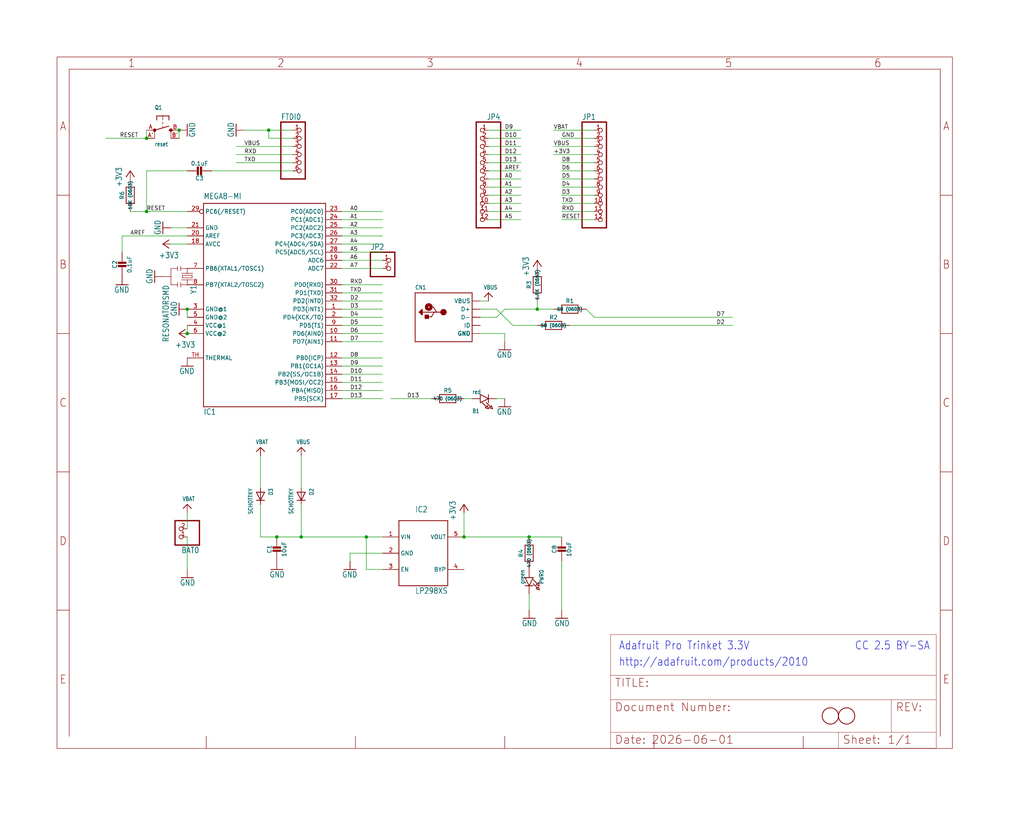
<source format=kicad_sch>
(kicad_sch (version 20230121) (generator eeschema)
  (paper "User" 319.507 254.127)
  (lib_symbols
    (symbol "working-eagle-import:+3V3" (power)
      (property "Value" "+3V3" (at -2.54 -5.08 90))
      (symbol "+3V3_1_0"
        (polyline (pts (xy 0 0) (xy -1.27 -1.905)) (stroke (width 0.254)))
        (polyline (pts (xy 1.27 -1.905) (xy 0 0)) (stroke (width 0.254)))
        (pin power_in line (at 0 -2.54 90) (length 2.54) (name "+3V3") (number "1"))
      )
    )
    (symbol "working-eagle-import:CAP_CERAMIC0805-NOOUTLINE"
      (property "Reference" "C" (at -2.29 1.25 90))
      (symbol "CAP_CERAMIC0805-NOOUTLINE_1_0"
        (rectangle (start -1.27 0.508) (end 1.27 1.016) (fill (type outline)))
        (rectangle (start -1.27 1.524) (end 1.27 2.032) (fill (type outline)))
        (polyline (pts (xy 0 0.762) (xy 0 0)) (stroke (width 0.1524)))
        (polyline (pts (xy 0 2.54) (xy 0 1.778)) (stroke (width 0.1524)))
        (pin passive line (at 0 5.08 270) (length 2.54) (name "1") (number "1"))
        (pin passive line (at 0 -2.54 90) (length 2.54) (name "2") (number "2"))
      )
    )
    (symbol "working-eagle-import:CAP_CERAMIC_0805MP"
      (property "Reference" "C" (at -2.29 1.25 90))
      (symbol "CAP_CERAMIC_0805MP_1_0"
        (rectangle (start -1.27 0.508) (end 1.27 1.016) (fill (type outline)))
        (rectangle (start -1.27 1.524) (end 1.27 2.032) (fill (type outline)))
        (polyline (pts (xy 0 0.762) (xy 0 0)) (stroke (width 0.1524)))
        (polyline (pts (xy 0 2.54) (xy 0 1.778)) (stroke (width 0.1524)))
        (pin passive line (at 0 5.08 270) (length 2.54) (name "1") (number "1"))
        (pin passive line (at 0 -2.54 90) (length 2.54) (name "2") (number "2"))
      )
    )
    (symbol "working-eagle-import:CON_JST_PH_2PIN"
      (property "Reference" "X" (at -6.35 5.715 0))
      (symbol "CON_JST_PH_2PIN_1_0"
        (polyline (pts (xy -6.35 -2.54) (xy 1.27 -2.54)) (stroke (width 0.4064)))
        (polyline (pts (xy -6.35 5.08) (xy -6.35 -2.54)) (stroke (width 0.4064)))
        (polyline (pts (xy 1.27 -2.54) (xy 1.27 5.08)) (stroke (width 0.4064)))
        (polyline (pts (xy 1.27 5.08) (xy -6.35 5.08)) (stroke (width 0.4064)))
        (pin passive inverted (at -2.54 2.54 0) (length 2.54) (name "1") (number "1"))
        (pin passive inverted (at -2.54 0 0) (length 2.54) (name "2") (number "2"))
      )
    )
    (symbol "working-eagle-import:DIODE_SOD-123FL"
      (property "Reference" "D" (at -2.54 2.54 0))
      (symbol "DIODE_SOD-123FL_1_0"
        (polyline (pts (xy -1.27 -1.27) (xy 1.27 0)) (stroke (width 0.254)))
        (polyline (pts (xy -1.27 1.27) (xy -1.27 -1.27)) (stroke (width 0.254)))
        (polyline (pts (xy 1.27 0) (xy -1.27 1.27)) (stroke (width 0.254)))
        (polyline (pts (xy 1.27 0) (xy 1.27 -1.27)) (stroke (width 0.254)))
        (polyline (pts (xy 1.27 1.27) (xy 1.27 0)) (stroke (width 0.254)))
        (pin passive line (at -2.54 0 0) (length 2.54) (name "A") (number "A"))
        (pin passive line (at 2.54 0 180) (length 2.54) (name "C") (number "C"))
      )
    )
    (symbol "working-eagle-import:FIDUCIAL"
      (symbol "FIDUCIAL_1_0"
        (circle (center 0 0) (radius 2.54) (stroke (width 0.254)))
      )
    )
    (symbol "working-eagle-import:FRAME_A_L"
      (symbol "FRAME_A_L_1_0"
        (polyline (pts (xy 0 43.18) (xy 3.81 43.18)))
        (polyline (pts (xy 0 86.36) (xy 3.81 86.36)))
        (polyline (pts (xy 0 129.54) (xy 3.81 129.54)))
        (polyline (pts (xy 0 172.72) (xy 3.81 172.72)))
        (polyline (pts (xy 3.81 3.81) (xy 3.81 212.09)))
        (polyline (pts (xy 46.5667 0) (xy 46.5667 3.81)))
        (polyline (pts (xy 93.1333 0) (xy 93.1333 3.81)))
        (polyline (pts (xy 139.7 0) (xy 139.7 3.81)))
        (polyline (pts (xy 186.2667 0) (xy 186.2667 3.81)))
        (polyline (pts (xy 232.8333 0) (xy 232.8333 3.81)))
        (polyline (pts (xy 275.59 3.81) (xy 275.59 212.09)))
        (polyline (pts (xy 275.59 43.18) (xy 279.4 43.18)))
        (polyline (pts (xy 275.59 86.36) (xy 279.4 86.36)))
        (polyline (pts (xy 275.59 129.54) (xy 279.4 129.54)))
        (polyline (pts (xy 275.59 172.72) (xy 279.4 172.72)))
        (polyline (pts (xy 275.59 212.09) (xy 3.81 212.09)))
        (polyline (pts (xy 0 0) (xy 279.4 0) (xy 279.4 215.9) (xy 0 215.9) (xy 0 0)))
        (text "1" (at 23.2833 213.995 0) (effects (font (size 2.54 2.286))))
        (text "2" (at 69.85 213.995 0) (effects (font (size 2.54 2.286))))
        (text "3" (at 116.4167 213.995 0) (effects (font (size 2.54 2.286))))
        (text "4" (at 162.9833 213.995 0) (effects (font (size 2.54 2.286))))
        (text "5" (at 209.55 213.995 0) (effects (font (size 2.54 2.286))))
        (text "6" (at 256.1167 213.995 0) (effects (font (size 2.54 2.286))))
        (text "A" (at 1.905 194.31 0) (effects (font (size 2.54 2.286))))
        (text "A" (at 277.495 194.31 0) (effects (font (size 2.54 2.286))))
        (text "B" (at 1.905 151.13 0) (effects (font (size 2.54 2.286))))
        (text "B" (at 277.495 151.13 0) (effects (font (size 2.54 2.286))))
        (text "C" (at 1.905 107.95 0) (effects (font (size 2.54 2.286))))
        (text "C" (at 277.495 107.95 0) (effects (font (size 2.54 2.286))))
        (text "D" (at 1.905 64.77 0) (effects (font (size 2.54 2.286))))
        (text "D" (at 277.495 64.77 0) (effects (font (size 2.54 2.286))))
        (text "E" (at 1.905 21.59 0) (effects (font (size 2.54 2.286))))
        (text "E" (at 277.495 21.59 0) (effects (font (size 2.54 2.286))))
      )
      (symbol "FRAME_A_L_2_0"
        (polyline (pts (xy 0 0) (xy 0 5.08)) (stroke (width 0.1016)))
        (polyline (pts (xy 0 0) (xy 71.12 0)) (stroke (width 0.1016)))
        (polyline (pts (xy 0 5.08) (xy 0 15.24)) (stroke (width 0.1016)))
        (polyline (pts (xy 0 5.08) (xy 71.12 5.08)) (stroke (width 0.1016)))
        (polyline (pts (xy 0 15.24) (xy 0 22.86)) (stroke (width 0.1016)))
        (polyline (pts (xy 0 22.86) (xy 0 35.56)) (stroke (width 0.1016)))
        (polyline (pts (xy 0 22.86) (xy 101.6 22.86)) (stroke (width 0.1016)))
        (polyline (pts (xy 71.12 0) (xy 101.6 0)) (stroke (width 0.1016)))
        (polyline (pts (xy 71.12 5.08) (xy 71.12 0)) (stroke (width 0.1016)))
        (polyline (pts (xy 71.12 5.08) (xy 87.63 5.08)) (stroke (width 0.1016)))
        (polyline (pts (xy 87.63 5.08) (xy 101.6 5.08)) (stroke (width 0.1016)))
        (polyline (pts (xy 87.63 15.24) (xy 0 15.24)) (stroke (width 0.1016)))
        (polyline (pts (xy 87.63 15.24) (xy 87.63 5.08)) (stroke (width 0.1016)))
        (polyline (pts (xy 101.6 5.08) (xy 101.6 0)) (stroke (width 0.1016)))
        (polyline (pts (xy 101.6 15.24) (xy 87.63 15.24)) (stroke (width 0.1016)))
        (polyline (pts (xy 101.6 15.24) (xy 101.6 5.08)) (stroke (width 0.1016)))
        (polyline (pts (xy 101.6 22.86) (xy 101.6 15.24)) (stroke (width 0.1016)))
        (polyline (pts (xy 101.6 35.56) (xy 0 35.56)) (stroke (width 0.1016)))
        (polyline (pts (xy 101.6 35.56) (xy 101.6 22.86)) (stroke (width 0.1016)))
        (text "${#}/${##}" (at 86.36 1.27 0) (effects (font (size 2.54 2.54)) (justify left bottom)))
        (text "${CURRENT_DATE}" (at 12.7 1.27 0) (effects (font (size 2.54 2.54)) (justify left bottom)))
        (text "${PROJECTNAME}" (at 17.78 19.05 0) (effects (font (size 2.54 2.54)) (justify left bottom)))
        (text "Date:" (at 1.27 1.27 0) (effects (font (size 2.54 2.54)) (justify left bottom)))
        (text "Document Number:" (at 1.27 11.43 0) (effects (font (size 2.54 2.54)) (justify left bottom)))
        (text "REV:" (at 88.9 11.43 0) (effects (font (size 2.54 2.54)) (justify left bottom)))
        (text "Sheet:" (at 72.39 1.27 0) (effects (font (size 2.54 2.54)) (justify left bottom)))
        (text "TITLE:" (at 1.27 19.05 0) (effects (font (size 2.54 2.54)) (justify left bottom)))
      )
    )
    (symbol "working-eagle-import:GND" (power)
      (property "Value" "GND" (at -2.54 -2.54 0))
      (symbol "GND_1_0"
        (polyline (pts (xy -1.905 0) (xy 1.905 0)) (stroke (width 0.254)))
        (pin power_in line (at 0 2.54 270) (length 2.54) (name "GND") (number "1"))
      )
    )
    (symbol "working-eagle-import:HEADER-1X2ROUND"
      (property "Reference" "JP" (at -6.35 5.715 0))
      (symbol "HEADER-1X2ROUND_1_0"
        (polyline (pts (xy -6.35 -2.54) (xy 1.27 -2.54)) (stroke (width 0.4064)))
        (polyline (pts (xy -6.35 5.08) (xy -6.35 -2.54)) (stroke (width 0.4064)))
        (polyline (pts (xy 1.27 -2.54) (xy 1.27 5.08)) (stroke (width 0.4064)))
        (polyline (pts (xy 1.27 5.08) (xy -6.35 5.08)) (stroke (width 0.4064)))
        (pin passive inverted (at -2.54 2.54 0) (length 2.54) (name "1") (number "1"))
        (pin passive inverted (at -2.54 0 0) (length 2.54) (name "2") (number "2"))
      )
    )
    (symbol "working-eagle-import:LED0805_NOOUTLINE"
      (property "Reference" "LED" (at -5.08 3.175 0))
      (symbol "LED0805_NOOUTLINE_1_0"
        (polyline (pts (xy -2.54 -1.27) (xy 0 0)) (stroke (width 0.254)))
        (polyline (pts (xy -2.54 1.27) (xy -2.54 -1.27)) (stroke (width 0.254)))
        (polyline (pts (xy -1.905 1.27) (xy -0.635 2.54)) (stroke (width 0.254)))
        (polyline (pts (xy -0.9525 2.8575) (xy -0.3175 2.2225)) (stroke (width 0.254)))
        (polyline (pts (xy -0.635 1.27) (xy 0.635 2.54)) (stroke (width 0.254)))
        (polyline (pts (xy -0.3175 2.2225) (xy 0 3.175)) (stroke (width 0.254)))
        (polyline (pts (xy 0 0) (xy -2.54 1.27)) (stroke (width 0.254)))
        (polyline (pts (xy 0 0) (xy 0 -1.27)) (stroke (width 0.254)))
        (polyline (pts (xy 0 1.27) (xy 0 0)) (stroke (width 0.254)))
        (polyline (pts (xy 0 3.175) (xy -0.9525 2.8575)) (stroke (width 0.254)))
        (polyline (pts (xy 0.3175 2.8575) (xy 0.9525 2.2225)) (stroke (width 0.254)))
        (polyline (pts (xy 0.9525 2.2225) (xy 1.27 3.175)) (stroke (width 0.254)))
        (polyline (pts (xy 1.27 3.175) (xy 0.3175 2.8575)) (stroke (width 0.254)))
        (pin passive line (at -5.08 0 0) (length 2.54) (name "A") (number "A"))
        (pin passive line (at 2.54 0 180) (length 2.54) (name "C") (number "C"))
      )
    )
    (symbol "working-eagle-import:LP298XS"
      (property "Reference" "IC" (at -12.7 -5.08 90))
      (symbol "LP298XS_1_0"
        (polyline (pts (xy -10.16 -10.16) (xy 10.16 -10.16)) (stroke (width 0.254)))
        (polyline (pts (xy -10.16 5.08) (xy -10.16 -10.16)) (stroke (width 0.254)))
        (polyline (pts (xy 10.16 -10.16) (xy 10.16 5.08)) (stroke (width 0.254)))
        (polyline (pts (xy 10.16 5.08) (xy -10.16 5.08)) (stroke (width 0.254)))
        (pin bidirectional line (at -5.08 -15.24 90) (length 5.08) (name "VIN") (number "1"))
        (pin bidirectional line (at 0 -15.24 90) (length 5.08) (name "GND") (number "2"))
        (pin bidirectional line (at 5.08 -15.24 90) (length 5.08) (name "EN") (number "3"))
        (pin bidirectional line (at 5.08 10.16 270) (length 5.08) (name "BYP") (number "4"))
        (pin bidirectional line (at -5.08 10.16 270) (length 5.08) (name "VOUT") (number "5"))
      )
    )
    (symbol "working-eagle-import:MEGA8-MI"
      (property "Reference" "IC" (at -17.78 -38.1 0))
      (symbol "MEGA8-MI_1_0"
        (polyline (pts (xy -17.78 -35.56) (xy -17.78 27.94)) (stroke (width 0.254)))
        (polyline (pts (xy -17.78 27.94) (xy 20.32 27.94)) (stroke (width 0.254)))
        (polyline (pts (xy 20.32 -35.56) (xy -17.78 -35.56)) (stroke (width 0.254)))
        (polyline (pts (xy 20.32 27.94) (xy 20.32 -35.56)) (stroke (width 0.254)))
        (pin bidirectional line (at 25.4 -5.08 180) (length 5.08) (name "PD3(INT1)") (number "1"))
        (pin bidirectional line (at 25.4 -12.7 180) (length 5.08) (name "PD6(AIN0)") (number "10"))
        (pin bidirectional line (at 25.4 -15.24 180) (length 5.08) (name "PD7(AIN1)") (number "11"))
        (pin bidirectional line (at 25.4 -20.32 180) (length 5.08) (name "PB0(ICP)") (number "12"))
        (pin bidirectional line (at 25.4 -22.86 180) (length 5.08) (name "PB1(OC1A)") (number "13"))
        (pin bidirectional line (at 25.4 -25.4 180) (length 5.08) (name "PB2(SS/OC1B)") (number "14"))
        (pin bidirectional line (at 25.4 -27.94 180) (length 5.08) (name "PB3(MOSI/OC2)") (number "15"))
        (pin bidirectional line (at 25.4 -30.48 180) (length 5.08) (name "PB4(MISO)") (number "16"))
        (pin bidirectional line (at 25.4 -33.02 180) (length 5.08) (name "PB5(SCK)") (number "17"))
        (pin power_in line (at -22.86 15.24 0) (length 5.08) (name "AVCC") (number "18"))
        (pin bidirectional line (at 25.4 10.16 180) (length 5.08) (name "ADC6") (number "19"))
        (pin bidirectional line (at 25.4 -7.62 180) (length 5.08) (name "PD4(XCK/T0)") (number "2"))
        (pin passive line (at -22.86 17.78 0) (length 5.08) (name "AREF") (number "20"))
        (pin power_in line (at -22.86 20.32 0) (length 5.08) (name "GND") (number "21"))
        (pin bidirectional line (at 25.4 7.62 180) (length 5.08) (name "ADC7") (number "22"))
        (pin bidirectional line (at 25.4 25.4 180) (length 5.08) (name "PC0(ADC0)") (number "23"))
        (pin bidirectional line (at 25.4 22.86 180) (length 5.08) (name "PC1(ADC1)") (number "24"))
        (pin bidirectional line (at 25.4 20.32 180) (length 5.08) (name "PC2(ADC2)") (number "25"))
        (pin bidirectional line (at 25.4 17.78 180) (length 5.08) (name "PC3(ADC3)") (number "26"))
        (pin bidirectional line (at 25.4 15.24 180) (length 5.08) (name "PC4(ADC4/SDA)") (number "27"))
        (pin bidirectional line (at 25.4 12.7 180) (length 5.08) (name "PC5(ADC5/SCL)") (number "28"))
        (pin bidirectional inverted (at -22.86 25.4 0) (length 5.08) (name "PC6(/RESET)") (number "29"))
        (pin power_in line (at -22.86 -5.08 0) (length 5.08) (name "GND@1") (number "3"))
        (pin bidirectional line (at 25.4 2.54 180) (length 5.08) (name "PD0(RXD)") (number "30"))
        (pin bidirectional line (at 25.4 0 180) (length 5.08) (name "PD1(TXD)") (number "31"))
        (pin bidirectional line (at 25.4 -2.54 180) (length 5.08) (name "PD2(INT0)") (number "32"))
        (pin power_in line (at -22.86 -10.16 0) (length 5.08) (name "VCC@1") (number "4"))
        (pin power_in line (at -22.86 -7.62 0) (length 5.08) (name "GND@2") (number "5"))
        (pin power_in line (at -22.86 -12.7 0) (length 5.08) (name "VCC@2") (number "6"))
        (pin bidirectional line (at -22.86 7.62 0) (length 5.08) (name "PB6(XTAL1/TOSC1)") (number "7"))
        (pin bidirectional line (at -22.86 2.54 0) (length 5.08) (name "PB7(XTAL2/TOSC2)") (number "8"))
        (pin bidirectional line (at 25.4 -10.16 180) (length 5.08) (name "PD5(T1)") (number "9"))
        (pin passive line (at -22.86 -20.32 0) (length 5.08) (name "THERMAL") (number "TH"))
      )
    )
    (symbol "working-eagle-import:PINHD-1X12-CB"
      (property "Reference" "JP" (at -6.35 15.875 0))
      (symbol "PINHD-1X12-CB_1_0"
        (polyline (pts (xy -6.35 -17.78) (xy 1.27 -17.78)) (stroke (width 0.4064)))
        (polyline (pts (xy -6.35 15.24) (xy -6.35 -17.78)) (stroke (width 0.4064)))
        (polyline (pts (xy 1.27 -17.78) (xy 1.27 15.24)) (stroke (width 0.4064)))
        (polyline (pts (xy 1.27 15.24) (xy -6.35 15.24)) (stroke (width 0.4064)))
        (pin passive inverted (at -2.54 12.7 0) (length 2.54) (name "1") (number "1"))
        (pin passive inverted (at -2.54 -10.16 0) (length 2.54) (name "10") (number "10"))
        (pin passive inverted (at -2.54 -12.7 0) (length 2.54) (name "11") (number "11"))
        (pin passive inverted (at -2.54 -15.24 0) (length 2.54) (name "12") (number "12"))
        (pin passive inverted (at -2.54 10.16 0) (length 2.54) (name "2") (number "2"))
        (pin passive inverted (at -2.54 7.62 0) (length 2.54) (name "3") (number "3"))
        (pin passive inverted (at -2.54 5.08 0) (length 2.54) (name "4") (number "4"))
        (pin passive inverted (at -2.54 2.54 0) (length 2.54) (name "5") (number "5"))
        (pin passive inverted (at -2.54 0 0) (length 2.54) (name "6") (number "6"))
        (pin passive inverted (at -2.54 -2.54 0) (length 2.54) (name "7") (number "7"))
        (pin passive inverted (at -2.54 -5.08 0) (length 2.54) (name "8") (number "8"))
        (pin passive inverted (at -2.54 -7.62 0) (length 2.54) (name "9") (number "9"))
      )
    )
    (symbol "working-eagle-import:PINHD-1X6CB"
      (property "Reference" "JP" (at -6.35 10.795 0))
      (symbol "PINHD-1X6CB_1_0"
        (polyline (pts (xy -6.35 -7.62) (xy 1.27 -7.62)) (stroke (width 0.4064)))
        (polyline (pts (xy -6.35 10.16) (xy -6.35 -7.62)) (stroke (width 0.4064)))
        (polyline (pts (xy 1.27 -7.62) (xy 1.27 10.16)) (stroke (width 0.4064)))
        (polyline (pts (xy 1.27 10.16) (xy -6.35 10.16)) (stroke (width 0.4064)))
        (pin passive inverted (at -2.54 7.62 0) (length 2.54) (name "1") (number "1"))
        (pin passive inverted (at -2.54 5.08 0) (length 2.54) (name "2") (number "2"))
        (pin passive inverted (at -2.54 2.54 0) (length 2.54) (name "3") (number "3"))
        (pin passive inverted (at -2.54 0 0) (length 2.54) (name "4") (number "4"))
        (pin passive inverted (at -2.54 -2.54 0) (length 2.54) (name "5") (number "5"))
        (pin passive inverted (at -2.54 -5.08 0) (length 2.54) (name "6") (number "6"))
      )
    )
    (symbol "working-eagle-import:RESISTOR0805_NOOUTLINE"
      (property "Reference" "R" (at 0 2.54 0))
      (symbol "RESISTOR0805_NOOUTLINE_1_0"
        (polyline (pts (xy -2.54 -1.27) (xy -2.54 1.27)) (stroke (width 0.254)))
        (polyline (pts (xy -2.54 1.27) (xy 2.54 1.27)) (stroke (width 0.254)))
        (polyline (pts (xy 2.54 -1.27) (xy -2.54 -1.27)) (stroke (width 0.254)))
        (polyline (pts (xy 2.54 1.27) (xy 2.54 -1.27)) (stroke (width 0.254)))
        (pin passive line (at -5.08 0 0) (length 2.54) (name "1") (number "1"))
        (pin passive line (at 5.08 0 180) (length 2.54) (name "2") (number "2"))
      )
    )
    (symbol "working-eagle-import:RESISTOR_0603_NOOUT"
      (property "Reference" "R" (at 0 2.54 0))
      (symbol "RESISTOR_0603_NOOUT_1_0"
        (polyline (pts (xy -2.54 -1.27) (xy -2.54 1.27)) (stroke (width 0.254)))
        (polyline (pts (xy -2.54 1.27) (xy 2.54 1.27)) (stroke (width 0.254)))
        (polyline (pts (xy 2.54 -1.27) (xy -2.54 -1.27)) (stroke (width 0.254)))
        (polyline (pts (xy 2.54 1.27) (xy 2.54 -1.27)) (stroke (width 0.254)))
        (pin passive line (at -5.08 0 0) (length 2.54) (name "1") (number "1"))
        (pin passive line (at 5.08 0 180) (length 2.54) (name "2") (number "2"))
      )
    )
    (symbol "working-eagle-import:RESONATORSMD"
      (property "Reference" "Y" (at 2.54 1.016 0))
      (symbol "RESONATORSMD_1_0"
        (polyline (pts (xy -2.54 -3.048) (xy -3.302 -3.048)) (stroke (width 0.1524)))
        (polyline (pts (xy -2.54 -3.048) (xy -2.54 -5.08)) (stroke (width 0.1524)))
        (polyline (pts (xy -2.54 -2.032) (xy -3.302 -2.032)) (stroke (width 0.1524)))
        (polyline (pts (xy -2.54 -2.032) (xy -2.54 0)) (stroke (width 0.1524)))
        (polyline (pts (xy -2.54 0) (xy -1.016 0)) (stroke (width 0.1524)))
        (polyline (pts (xy -1.778 -3.048) (xy -2.54 -3.048)) (stroke (width 0.1524)))
        (polyline (pts (xy -1.778 -2.032) (xy -2.54 -2.032)) (stroke (width 0.1524)))
        (polyline (pts (xy -1.016 0) (xy -1.016 -1.778)) (stroke (width 0.1524)))
        (polyline (pts (xy -1.016 1.778) (xy -1.016 0)) (stroke (width 0.1524)))
        (polyline (pts (xy -0.381 -1.524) (xy 0.381 -1.524)) (stroke (width 0.1524)))
        (polyline (pts (xy -0.381 1.524) (xy -0.381 -1.524)) (stroke (width 0.1524)))
        (polyline (pts (xy 0 -5.08) (xy -2.54 -5.08)) (stroke (width 0.1524)))
        (polyline (pts (xy 0 -5.08) (xy 0 -7.62)) (stroke (width 0.1524)))
        (polyline (pts (xy 0.381 -1.524) (xy 0.381 1.524)) (stroke (width 0.1524)))
        (polyline (pts (xy 0.381 1.524) (xy -0.381 1.524)) (stroke (width 0.1524)))
        (polyline (pts (xy 1.016 0) (xy 1.016 -1.778)) (stroke (width 0.1524)))
        (polyline (pts (xy 1.016 0) (xy 2.54 0)) (stroke (width 0.1524)))
        (polyline (pts (xy 1.016 1.778) (xy 1.016 0)) (stroke (width 0.1524)))
        (polyline (pts (xy 2.54 -5.08) (xy 0 -5.08)) (stroke (width 0.1524)))
        (polyline (pts (xy 2.54 -3.048) (xy 1.778 -3.048)) (stroke (width 0.1524)))
        (polyline (pts (xy 2.54 -3.048) (xy 2.54 -5.08)) (stroke (width 0.1524)))
        (polyline (pts (xy 2.54 -2.032) (xy 1.778 -2.032)) (stroke (width 0.1524)))
        (polyline (pts (xy 2.54 0) (xy 2.54 -2.032)) (stroke (width 0.1524)))
        (polyline (pts (xy 3.302 -3.048) (xy 2.54 -3.048)) (stroke (width 0.1524)))
        (polyline (pts (xy 3.302 -2.032) (xy 2.54 -2.032)) (stroke (width 0.1524)))
        (pin passive line (at -2.54 0 0) (length 0) (name "1") (number "1"))
        (pin passive line (at 0 -7.62 90) (length 0) (name "2") (number "2"))
        (pin passive line (at 2.54 0 180) (length 0) (name "3") (number "3"))
      )
    )
    (symbol "working-eagle-import:SWITCH_TACT_SMT4.6X2.8"
      (property "Reference" "SW" (at -2.54 6.35 0))
      (symbol "SWITCH_TACT_SMT4.6X2.8_1_0"
        (circle (center -2.54 0) (radius 0.127) (stroke (width 0.4064)))
        (polyline (pts (xy -2.54 -2.54) (xy -2.54 0)) (stroke (width 0.1524)))
        (polyline (pts (xy -2.54 0) (xy 1.905 1.27)) (stroke (width 0.254)))
        (polyline (pts (xy -1.905 4.445) (xy -1.905 3.175)) (stroke (width 0.254)))
        (polyline (pts (xy 0 1.27) (xy 0 0.635)) (stroke (width 0.1524)))
        (polyline (pts (xy 0 2.54) (xy 0 1.905)) (stroke (width 0.1524)))
        (polyline (pts (xy 0 4.445) (xy -1.905 4.445)) (stroke (width 0.254)))
        (polyline (pts (xy 0 4.445) (xy 0 3.175)) (stroke (width 0.1524)))
        (polyline (pts (xy 1.905 0) (xy 2.54 0)) (stroke (width 0.254)))
        (polyline (pts (xy 1.905 4.445) (xy 0 4.445)) (stroke (width 0.254)))
        (polyline (pts (xy 1.905 4.445) (xy 1.905 3.175)) (stroke (width 0.254)))
        (polyline (pts (xy 2.54 -2.54) (xy 2.54 0)) (stroke (width 0.1524)))
        (circle (center 2.54 0) (radius 0.127) (stroke (width 0.4064)))
        (pin passive line (at -5.08 0 0) (length 2.54) (name "P") (number "A"))
        (pin passive line (at -5.08 -2.54 0) (length 2.54) (name "P1") (number "A'"))
        (pin passive line (at 5.08 0 180) (length 2.54) (name "S") (number "B"))
        (pin passive line (at 5.08 -2.54 180) (length 2.54) (name "S1") (number "B'"))
      )
    )
    (symbol "working-eagle-import:USBMICRO_20329"
      (property "Reference" "X" (at -10.16 8.636 0))
      (symbol "USBMICRO_20329_1_0"
        (rectangle (start -7.12 -0.45) (end -5.92 0.75) (fill (type outline)))
        (circle (center -5.92 3.2) (radius 0.2) (stroke (width 1)))
        (circle (center -1.32 1.6) (radius 0.5) (stroke (width 1)))
        (polyline (pts (xy -10.2 7.62) (xy -10.16 7.62)) (stroke (width 0.254)))
        (polyline (pts (xy -10.16 -7.62) (xy 7.62 -7.62)) (stroke (width 0.254)))
        (polyline (pts (xy -10.16 7.62) (xy -10.16 -7.62)) (stroke (width 0.254)))
        (polyline (pts (xy -10.16 7.62) (xy 7.62 7.62)) (stroke (width 0.254)))
        (polyline (pts (xy -8.92 1.6) (xy -8.12 2.4)) (stroke (width 0.254)))
        (polyline (pts (xy -8.52 1.4) (xy -8.32 1.2)) (stroke (width 0.254)))
        (polyline (pts (xy -8.52 1.6) (xy -8.52 1.4)) (stroke (width 0.254)))
        (polyline (pts (xy -8.32 1.2) (xy -8.32 2)) (stroke (width 0.254)))
        (polyline (pts (xy -8.32 2) (xy -8.72 1.6)) (stroke (width 0.254)))
        (polyline (pts (xy -8.12 0.8) (xy -8.92 1.6)) (stroke (width 0.254)))
        (polyline (pts (xy -8.12 1) (xy -8.12 2.4)) (stroke (width 0.254)))
        (polyline (pts (xy -8.12 2.4) (xy -7.92 2.4)) (stroke (width 0.254)))
        (polyline (pts (xy -7.92 0.8) (xy -8.12 0.8)) (stroke (width 0.254)))
        (polyline (pts (xy -7.92 1.6) (xy -7.92 0.8)) (stroke (width 0.254)))
        (polyline (pts (xy -7.92 2.4) (xy -7.92 1.6)) (stroke (width 0.254)))
        (polyline (pts (xy -6.27 0.15) (xy -5.07 0.15)) (stroke (width 0.254)))
        (polyline (pts (xy -5.52 3.2) (xy -4.52 3.2)) (stroke (width 0.254)))
        (polyline (pts (xy -5.07 0.15) (xy -4.22 1.6)) (stroke (width 0.254)))
        (polyline (pts (xy -4.52 3.2) (xy -3.47 1.6)) (stroke (width 0.254)))
        (polyline (pts (xy -4.22 1.6) (xy -7.92 1.6)) (stroke (width 0.254)))
        (polyline (pts (xy -3.47 1.6) (xy -4.22 1.6)) (stroke (width 0.254)))
        (polyline (pts (xy -1.32 1.6) (xy -3.47 1.6)) (stroke (width 0.254)))
        (polyline (pts (xy 7.62 7.62) (xy 7.62 -7.62)) (stroke (width 0.254)))
        (pin power_in line (at 10.16 -5.08 180) (length 2.54) (name "GND") (number "BASE@1"))
        (pin power_in line (at 10.16 -5.08 180) (length 2.54) (name "GND") (number "BASE@2"))
        (pin bidirectional line (at 10.16 2.54 180) (length 2.54) (name "D+") (number "D+"))
        (pin bidirectional line (at 10.16 0 180) (length 2.54) (name "D-") (number "D-"))
        (pin power_in line (at 10.16 -5.08 180) (length 2.54) (name "GND") (number "GND"))
        (pin bidirectional line (at 10.16 -2.54 180) (length 2.54) (name "ID") (number "ID"))
        (pin power_in line (at 10.16 -5.08 180) (length 2.54) (name "GND") (number "SPRT@1"))
        (pin power_in line (at 10.16 -5.08 180) (length 2.54) (name "GND") (number "SPRT@2"))
        (pin power_in line (at 10.16 -5.08 180) (length 2.54) (name "GND") (number "SPRT@3"))
        (pin power_in line (at 10.16 -5.08 180) (length 2.54) (name "GND") (number "SPRT@4"))
        (pin power_in line (at 10.16 5.08 180) (length 2.54) (name "VBUS") (number "VBUS"))
      )
    )
    (symbol "working-eagle-import:VBAT" (power)
      (property "Value" "VBAT" (at -1.524 1.016 0))
      (symbol "VBAT_1_0"
        (polyline (pts (xy -1.27 -1.27) (xy 0 0)) (stroke (width 0.254)))
        (polyline (pts (xy 0 0) (xy 1.27 -1.27)) (stroke (width 0.254)))
        (pin power_in line (at 0 -2.54 90) (length 2.54) (name "VBAT") (number "1"))
      )
    )
    (symbol "working-eagle-import:VBUS" (power)
      (property "Value" "VBUS" (at -1.524 1.016 0))
      (symbol "VBUS_1_0"
        (polyline (pts (xy -1.27 -1.27) (xy 0 0)) (stroke (width 0.254)))
        (polyline (pts (xy 0 0) (xy 1.27 -1.27)) (stroke (width 0.254)))
        (pin power_in line (at 0 -2.54 90) (length 2.54) (name "VBUS") (number "1"))
      )
    )
  )
  (junction (at 86.36 167.64))
  (junction (at 58.42 96.52))
  (junction (at 45.72 66.04))
  (junction (at 58.42 104.14))
  (junction (at 144.78 167.64))
  (junction (at 45.72 43.18))
  (junction (at 83.82 40.64))
  (junction (at 55.88 40.64))
  (junction (at 165.1 167.64))
  (junction (at 114.3 167.64))
  (junction (at 167.64 96.52))
  (junction (at 93.98 167.64))
  (wire (pts (xy 167.64 96.52) (xy 172.72 96.52)) (stroke (width 0.1524)))
  (wire (pts (xy 185.42 60.96) (xy 175.26 60.96)) (stroke (width 0.1524)))
  (wire (pts (xy 93.98 167.64) (xy 86.36 167.64)) (stroke (width 0.1524)))
  (wire (pts (xy 152.4 43.18) (xy 162.56 43.18)) (stroke (width 0.1524)))
  (wire (pts (xy 119.38 88.9) (xy 106.68 88.9)) (stroke (width 0.1524)))
  (wire (pts (xy 91.44 43.18) (xy 83.82 43.18)) (stroke (width 0.1524)))
  (wire (pts (xy 119.38 172.72) (xy 109.22 172.72)) (stroke (width 0.1524)))
  (wire (pts (xy 154.94 99.06) (xy 157.48 96.52)) (stroke (width 0.1524)))
  (wire (pts (xy 175.26 190.5) (xy 175.26 175.26)) (stroke (width 0.1524)))
  (wire (pts (xy 152.4 66.04) (xy 162.56 66.04)) (stroke (width 0.1524)))
  (wire (pts (xy 86.36 167.64) (xy 81.28 167.64)) (stroke (width 0.1524)))
  (wire (pts (xy 119.38 83.82) (xy 106.68 83.82)) (stroke (width 0.1524)))
  (wire (pts (xy 119.38 96.52) (xy 106.68 96.52)) (stroke (width 0.1524)))
  (wire (pts (xy 121.92 124.46) (xy 134.62 124.46)) (stroke (width 0.1524)))
  (wire (pts (xy 106.68 93.98) (xy 119.38 93.98)) (stroke (width 0.1524)))
  (wire (pts (xy 91.44 40.64) (xy 83.82 40.64)) (stroke (width 0.1524)))
  (wire (pts (xy 106.68 66.04) (xy 119.38 66.04)) (stroke (width 0.1524)))
  (wire (pts (xy 149.86 104.14) (xy 157.48 104.14)) (stroke (width 0.1524)))
  (wire (pts (xy 45.72 66.04) (xy 40.64 66.04)) (stroke (width 0.1524)))
  (wire (pts (xy 91.44 48.26) (xy 73.66 48.26)) (stroke (width 0.1524)))
  (wire (pts (xy 185.42 99.06) (xy 228.6 99.06)) (stroke (width 0.1524)))
  (wire (pts (xy 182.88 96.52) (xy 185.42 99.06)) (stroke (width 0.1524)))
  (wire (pts (xy 185.42 55.88) (xy 175.26 55.88)) (stroke (width 0.1524)))
  (wire (pts (xy 38.1 73.66) (xy 38.1 78.74)) (stroke (width 0.1524)))
  (wire (pts (xy 114.3 177.8) (xy 114.3 167.64)) (stroke (width 0.1524)))
  (wire (pts (xy 93.98 167.64) (xy 114.3 167.64)) (stroke (width 0.1524)))
  (wire (pts (xy 119.38 99.06) (xy 106.68 99.06)) (stroke (width 0.1524)))
  (wire (pts (xy 81.28 142.24) (xy 81.28 152.4)) (stroke (width 0.1524)))
  (wire (pts (xy 152.4 63.5) (xy 162.56 63.5)) (stroke (width 0.1524)))
  (wire (pts (xy 73.66 50.8) (xy 91.44 50.8)) (stroke (width 0.1524)))
  (wire (pts (xy 185.42 40.64) (xy 172.72 40.64)) (stroke (width 0.1524)))
  (wire (pts (xy 157.48 124.46) (xy 154.94 124.46)) (stroke (width 0.1524)))
  (wire (pts (xy 119.38 73.66) (xy 106.68 73.66)) (stroke (width 0.1524)))
  (wire (pts (xy 165.1 190.5) (xy 165.1 185.42)) (stroke (width 0.1524)))
  (wire (pts (xy 45.72 43.18) (xy 45.72 40.64)) (stroke (width 0.1524)))
  (wire (pts (xy 45.72 53.34) (xy 45.72 66.04)) (stroke (width 0.1524)))
  (wire (pts (xy 106.68 111.76) (xy 119.38 111.76)) (stroke (width 0.1524)))
  (wire (pts (xy 149.86 96.52) (xy 154.94 96.52)) (stroke (width 0.1524)))
  (wire (pts (xy 119.38 76.2) (xy 106.68 76.2)) (stroke (width 0.1524)))
  (wire (pts (xy 152.4 93.98) (xy 149.86 93.98)) (stroke (width 0.1524)))
  (wire (pts (xy 152.4 53.34) (xy 162.56 53.34)) (stroke (width 0.1524)))
  (wire (pts (xy 58.42 53.34) (xy 45.72 53.34)) (stroke (width 0.1524)))
  (wire (pts (xy 185.42 45.72) (xy 172.72 45.72)) (stroke (width 0.1524)))
  (wire (pts (xy 106.68 121.92) (xy 119.38 121.92)) (stroke (width 0.1524)))
  (wire (pts (xy 83.82 43.18) (xy 83.82 40.64)) (stroke (width 0.1524)))
  (wire (pts (xy 152.4 40.64) (xy 162.56 40.64)) (stroke (width 0.1524)))
  (wire (pts (xy 83.82 40.64) (xy 76.2 40.64)) (stroke (width 0.1524)))
  (wire (pts (xy 152.4 50.8) (xy 162.56 50.8)) (stroke (width 0.1524)))
  (wire (pts (xy 144.78 160.02) (xy 144.78 167.64)) (stroke (width 0.1524)))
  (wire (pts (xy 119.38 71.12) (xy 106.68 71.12)) (stroke (width 0.1524)))
  (wire (pts (xy 185.42 63.5) (xy 175.26 63.5)) (stroke (width 0.1524)))
  (wire (pts (xy 106.68 124.46) (xy 119.38 124.46)) (stroke (width 0.1524)))
  (wire (pts (xy 93.98 152.4) (xy 93.98 142.24)) (stroke (width 0.1524)))
  (wire (pts (xy 106.68 114.3) (xy 119.38 114.3)) (stroke (width 0.1524)))
  (wire (pts (xy 119.38 104.14) (xy 106.68 104.14)) (stroke (width 0.1524)))
  (wire (pts (xy 175.26 58.42) (xy 185.42 58.42)) (stroke (width 0.1524)))
  (wire (pts (xy 119.38 177.8) (xy 114.3 177.8)) (stroke (width 0.1524)))
  (wire (pts (xy 58.42 66.04) (xy 45.72 66.04)) (stroke (width 0.1524)))
  (wire (pts (xy 152.4 48.26) (xy 162.56 48.26)) (stroke (width 0.1524)))
  (wire (pts (xy 91.44 53.34) (xy 66.04 53.34)) (stroke (width 0.1524)))
  (wire (pts (xy 144.78 124.46) (xy 147.32 124.46)) (stroke (width 0.1524)))
  (wire (pts (xy 106.68 106.68) (xy 119.38 106.68)) (stroke (width 0.1524)))
  (wire (pts (xy 58.42 101.6) (xy 58.42 104.14)) (stroke (width 0.1524)))
  (wire (pts (xy 106.68 119.38) (xy 119.38 119.38)) (stroke (width 0.1524)))
  (wire (pts (xy 175.26 53.34) (xy 185.42 53.34)) (stroke (width 0.1524)))
  (wire (pts (xy 165.1 167.64) (xy 175.26 167.64)) (stroke (width 0.1524)))
  (wire (pts (xy 152.4 55.88) (xy 162.56 55.88)) (stroke (width 0.1524)))
  (wire (pts (xy 81.28 167.64) (xy 81.28 157.48)) (stroke (width 0.1524)))
  (wire (pts (xy 167.64 93.98) (xy 167.64 96.52)) (stroke (width 0.1524)))
  (wire (pts (xy 106.68 116.84) (xy 119.38 116.84)) (stroke (width 0.1524)))
  (wire (pts (xy 152.4 58.42) (xy 162.56 58.42)) (stroke (width 0.1524)))
  (wire (pts (xy 119.38 81.28) (xy 106.68 81.28)) (stroke (width 0.1524)))
  (wire (pts (xy 109.22 172.72) (xy 109.22 175.26)) (stroke (width 0.1524)))
  (wire (pts (xy 119.38 78.74) (xy 106.68 78.74)) (stroke (width 0.1524)))
  (wire (pts (xy 185.42 66.04) (xy 175.26 66.04)) (stroke (width 0.1524)))
  (wire (pts (xy 185.42 48.26) (xy 172.72 48.26)) (stroke (width 0.1524)))
  (wire (pts (xy 55.88 43.18) (xy 55.88 40.64)) (stroke (width 0.1524)))
  (wire (pts (xy 58.42 73.66) (xy 38.1 73.66)) (stroke (width 0.1524)))
  (wire (pts (xy 106.68 68.58) (xy 119.38 68.58)) (stroke (width 0.1524)))
  (wire (pts (xy 144.78 167.64) (xy 165.1 167.64)) (stroke (width 0.1524)))
  (wire (pts (xy 45.72 43.18) (xy 33.02 43.18)) (stroke (width 0.1524)))
  (wire (pts (xy 185.42 43.18) (xy 175.26 43.18)) (stroke (width 0.1524)))
  (wire (pts (xy 154.94 96.52) (xy 160.02 101.6)) (stroke (width 0.1524)))
  (wire (pts (xy 152.4 60.96) (xy 162.56 60.96)) (stroke (width 0.1524)))
  (wire (pts (xy 58.42 165.1) (xy 58.42 160.02)) (stroke (width 0.1524)))
  (wire (pts (xy 149.86 99.06) (xy 154.94 99.06)) (stroke (width 0.1524)))
  (wire (pts (xy 152.4 68.58) (xy 162.56 68.58)) (stroke (width 0.1524)))
  (wire (pts (xy 157.48 96.52) (xy 167.64 96.52)) (stroke (width 0.1524)))
  (wire (pts (xy 53.34 71.12) (xy 58.42 71.12)) (stroke (width 0.1524)))
  (wire (pts (xy 114.3 167.64) (xy 119.38 167.64)) (stroke (width 0.1524)))
  (wire (pts (xy 93.98 157.48) (xy 93.98 167.64)) (stroke (width 0.1524)))
  (wire (pts (xy 58.42 99.06) (xy 58.42 96.52)) (stroke (width 0.1524)))
  (wire (pts (xy 53.34 76.2) (xy 58.42 76.2)) (stroke (width 0.1524)))
  (wire (pts (xy 185.42 68.58) (xy 175.26 68.58)) (stroke (width 0.1524)))
  (wire (pts (xy 119.38 91.44) (xy 106.68 91.44)) (stroke (width 0.1524)))
  (wire (pts (xy 58.42 177.8) (xy 58.42 167.64)) (stroke (width 0.1524)))
  (wire (pts (xy 177.8 101.6) (xy 228.6 101.6)) (stroke (width 0.1524)))
  (wire (pts (xy 157.48 104.14) (xy 157.48 106.68)) (stroke (width 0.1524)))
  (wire (pts (xy 106.68 101.6) (xy 119.38 101.6)) (stroke (width 0.1524)))
  (wire (pts (xy 152.4 45.72) (xy 162.56 45.72)) (stroke (width 0.1524)))
  (wire (pts (xy 91.44 45.72) (xy 73.66 45.72)) (stroke (width 0.1524)))
  (wire (pts (xy 185.42 50.8) (xy 175.26 50.8)) (stroke (width 0.1524)))
  (wire (pts (xy 160.02 101.6) (xy 167.64 101.6)) (stroke (width 0.1524)))
  (text "CC 2.5 BY-SA" (at 266.7 203.2 0) (effects (font (size 2.54 2.159)) (justify left bottom)))
  (text "http://adafruit.com/products/2010" (at 193.04 208.28 0) (effects (font (size 2.54 2.159)) (justify left bottom)))
  (text "Adafruit Pro Trinket 3.3V" (at 193.04 203.2 0) (effects (font (size 2.54 2.159)) (justify left bottom)))
  (label "D10" (at 109.22 116.84 0) (effects (font (size 1.2446 1.2446))))
  (label "D8" (at 109.22 111.76 0) (effects (font (size 1.2446 1.2446))))
  (label "A7" (at 109.22 83.82 0) (effects (font (size 1.2446 1.2446))))
  (label "D12" (at 109.22 121.92 0) (effects (font (size 1.2446 1.2446))))
  (label "AREF" (at 40.64 73.66 0) (effects (font (size 1.2446 1.2446))))
  (label "VBUS" (at 172.72 45.72 0) (effects (font (size 1.2446 1.2446))))
  (label "A6" (at 109.22 81.28 0) (effects (font (size 1.2446 1.2446))))
  (label "D9" (at 157.48 40.64 0) (effects (font (size 1.2446 1.2446))))
  (label "RXD" (at 76.2 48.26 0) (effects (font (size 1.2446 1.2446))))
  (label "D13" (at 157.48 50.8 0) (effects (font (size 1.2446 1.2446))))
  (label "TXD" (at 109.22 91.44 0) (effects (font (size 1.2446 1.2446))))
  (label "A5" (at 157.48 68.58 0) (effects (font (size 1.2446 1.2446))))
  (label "D4" (at 175.26 58.42 0) (effects (font (size 1.2446 1.2446))))
  (label "D11" (at 109.22 119.38 0) (effects (font (size 1.2446 1.2446))))
  (label "D12" (at 157.48 48.26 0) (effects (font (size 1.2446 1.2446))))
  (label "A4" (at 157.48 66.04 0) (effects (font (size 1.2446 1.2446))))
  (label "D5" (at 109.22 101.6 0) (effects (font (size 1.2446 1.2446))))
  (label "VBAT" (at 172.72 40.64 0) (effects (font (size 1.2446 1.2446))))
  (label "D6" (at 175.26 53.34 0) (effects (font (size 1.2446 1.2446))))
  (label "D7" (at 223.52 99.06 0) (effects (font (size 1.2446 1.2446))))
  (label "D6" (at 109.22 104.14 0) (effects (font (size 1.2446 1.2446))))
  (label "D9" (at 109.22 114.3 0) (effects (font (size 1.2446 1.2446))))
  (label "A5" (at 109.22 78.74 0) (effects (font (size 1.2446 1.2446))))
  (label "D7" (at 109.22 106.68 0) (effects (font (size 1.2446 1.2446))))
  (label "VBUS" (at 76.2 45.72 0) (effects (font (size 1.2446 1.2446))))
  (label "RXD" (at 175.26 66.04 0) (effects (font (size 1.2446 1.2446))))
  (label "A1" (at 109.22 68.58 0) (effects (font (size 1.2446 1.2446))))
  (label "A2" (at 109.22 71.12 0) (effects (font (size 1.2446 1.2446))))
  (label "D3" (at 175.26 60.96 0) (effects (font (size 1.2446 1.2446))))
  (label "GND" (at 175.26 43.18 0) (effects (font (size 1.2446 1.2446))))
  (label "D11" (at 157.48 45.72 0) (effects (font (size 1.2446 1.2446))))
  (label "RESET" (at 43.18 43.18 180) (effects (font (size 1.2446 1.2446))))
  (label "D5" (at 175.26 55.88 0) (effects (font (size 1.2446 1.2446))))
  (label "A2" (at 157.48 60.96 0) (effects (font (size 1.2446 1.2446))))
  (label "D10" (at 157.48 43.18 0) (effects (font (size 1.2446 1.2446))))
  (label "A3" (at 109.22 73.66 0) (effects (font (size 1.2446 1.2446))))
  (label "D8" (at 175.26 50.8 0) (effects (font (size 1.2446 1.2446))))
  (label "A3" (at 157.48 63.5 0) (effects (font (size 1.2446 1.2446))))
  (label "RESET" (at 175.26 68.58 0) (effects (font (size 1.2446 1.2446))))
  (label "+3V3" (at 172.72 48.26 0) (effects (font (size 1.2446 1.2446))))
  (label "TXD" (at 76.2 50.8 0) (effects (font (size 1.2446 1.2446))))
  (label "A0" (at 157.48 55.88 0) (effects (font (size 1.2446 1.2446))))
  (label "RXD" (at 109.22 88.9 0) (effects (font (size 1.2446 1.2446))))
  (label "A1" (at 157.48 58.42 0) (effects (font (size 1.2446 1.2446))))
  (label "D2" (at 223.52 101.6 0) (effects (font (size 1.2446 1.2446))))
  (label "A0" (at 109.22 66.04 0) (effects (font (size 1.2446 1.2446))))
  (label "D13" (at 127 124.46 0) (effects (font (size 1.2446 1.2446))))
  (label "D2" (at 109.22 93.98 0) (effects (font (size 1.2446 1.2446))))
  (label "RESET" (at 45.72 66.04 0) (effects (font (size 1.2446 1.2446))))
  (label "A4" (at 109.22 76.2 0) (effects (font (size 1.2446 1.2446))))
  (label "D13" (at 109.22 124.46 0) (effects (font (size 1.2446 1.2446))))
  (label "TXD" (at 175.26 63.5 0) (effects (font (size 1.2446 1.2446))))
  (label "D4" (at 109.22 99.06 0) (effects (font (size 1.2446 1.2446))))
  (label "D3" (at 109.22 96.52 0) (effects (font (size 1.2446 1.2446))))
  (label "AREF" (at 157.48 53.34 0) (effects (font (size 1.2446 1.2446))))
  (symbol (lib_id "working-eagle-import:RESISTOR_0603_NOOUT") (at 165.1 172.72 90) (unit 1)
    (property "Reference" "R4" (at 162.56 172.72 0))
    (property "Value" "470 (0603)" (at 165.1 172.72 0) (effects (font (size 1.016 1.016) bold)))
    (property "Footprint" "working:0603-NO" (effects hide))
  )
  (symbol (lib_id "working-eagle-import:PINHD-1X6CB") (at 93.98 48.26 0) (unit 1)
    (property "Reference" "FTDI0" (at 87.63 37.465 0) (effects (font (size 1.778 1.5113)) (justify left bottom)))
    (property "Value" "PINHD-1X6CB" (effects hide))
    (property "Footprint" "working:1X06-CLEANBIG" (effects hide))
  )
  (symbol (lib_id "working-eagle-import:GND") (at 157.48 127 0) (unit 1)
    (property "Reference" "#GND4" (effects hide))
    (property "Value" "GND" (at 154.94 129.54 0) (effects (font (size 1.778 1.5113)) (justify left bottom)))
  )
  (symbol (lib_id "working-eagle-import:USBMICRO_20329") (at 139.7 99.06 0) (unit 1)
    (property "Reference" "CN1" (at 129.54 90.424 0) (effects (font (size 1.27 1.0795)) (justify left bottom)))
    (property "Value" "USBMICRO_20329" (effects hide))
    (property "Footprint" "working:4UCONN_20329" (effects hide))
  )
  (symbol (lib_id "working-eagle-import:GND") (at 109.22 177.8 0) (unit 1)
    (property "Reference" "#GND11" (effects hide))
    (property "Value" "GND" (at 106.68 180.34 0) (effects (font (size 1.778 1.5113)) (justify left bottom)))
  )
  (symbol (lib_id "working-eagle-import:FRAME_A_L") (at 190.5 233.68 0) (unit 2)
    (property "Reference" "#FRAME1" (effects hide))
    (property "Value" "FRAME_A_L" (effects hide))
  )
  (symbol (lib_id "working-eagle-import:PINHD-1X12-CB") (at 187.96 53.34 0) (unit 1)
    (property "Reference" "JP1" (at 181.61 37.465 0) (effects (font (size 1.778 1.5113)) (justify left bottom)))
    (property "Value" "PINHD-1X12-CB" (effects hide))
    (property "Footprint" "working:1X12-CB" (effects hide))
  )
  (symbol (lib_id "working-eagle-import:GND") (at 50.8 71.12 270) (unit 1)
    (property "Reference" "#GND7" (effects hide))
    (property "Value" "GND" (at 48.26 68.58 0) (effects (font (size 1.778 1.5113)) (justify left bottom)))
  )
  (symbol (lib_id "working-eagle-import:GND") (at 38.1 88.9 0) (unit 1)
    (property "Reference" "#GND9" (effects hide))
    (property "Value" "GND" (at 35.56 91.44 0) (effects (font (size 1.778 1.5113)) (justify left bottom)))
  )
  (symbol (lib_id "working-eagle-import:DIODE_SOD-123FL") (at 81.28 154.94 270) (unit 1)
    (property "Reference" "D3" (at 83.82 152.4 0) (effects (font (size 1.27 1.0795)) (justify left bottom)))
    (property "Value" "SCHOTTKY" (at 77.47 152.4 0) (effects (font (size 1.27 1.0795)) (justify left bottom)))
    (property "Footprint" "working:SOD-123FL" (effects hide))
  )
  (symbol (lib_id "working-eagle-import:RESISTOR_0603_NOOUT") (at 167.64 88.9 90) (unit 1)
    (property "Reference" "R3" (at 165.1 88.9 0))
    (property "Value" "1.5K (0603)" (at 167.64 88.9 0) (effects (font (size 1.016 1.016) bold)))
    (property "Footprint" "working:0603-NO" (effects hide))
  )
  (symbol (lib_id "working-eagle-import:CAP_CERAMIC_0805MP") (at 38.1 83.82 0) (unit 1)
    (property "Reference" "C2" (at 35.81 82.57 90))
    (property "Value" "0.1uF" (at 40.4 82.57 90))
    (property "Footprint" "working:_0805MP" (effects hide))
  )
  (symbol (lib_id "working-eagle-import:CAP_CERAMIC0805-NOOUTLINE") (at 63.5 53.34 90) (unit 1)
    (property "Reference" "C3" (at 62.25 55.63 90))
    (property "Value" "0.1uF" (at 62.25 51.04 90))
    (property "Footprint" "working:0805-NO" (effects hide))
  )
  (symbol (lib_id "working-eagle-import:PINHD-1X12-CB") (at 149.86 53.34 0) (mirror y) (unit 1)
    (property "Reference" "JP4" (at 156.21 37.465 0) (effects (font (size 1.778 1.5113)) (justify left bottom)))
    (property "Value" "PINHD-1X12-CB" (effects hide))
    (property "Footprint" "working:1X12-CB" (effects hide))
  )
  (symbol (lib_id "working-eagle-import:VBUS") (at 93.98 139.7 0) (unit 1)
    (property "Reference" "#U$3" (effects hide))
    (property "Value" "VBUS" (at 92.456 138.684 0) (effects (font (size 1.27 1.0795)) (justify left bottom)))
  )
  (symbol (lib_id "working-eagle-import:GND") (at 48.26 86.36 270) (unit 1)
    (property "Reference" "#GND2" (effects hide))
    (property "Value" "GND" (at 45.72 83.82 0) (effects (font (size 1.778 1.5113)) (justify left bottom)))
  )
  (symbol (lib_id "working-eagle-import:MEGA8-MI") (at 81.28 91.44 0) (unit 1)
    (property "Reference" "IC1" (at 63.5 129.54 0) (effects (font (size 1.778 1.5113)) (justify left bottom)))
    (property "Value" "MEGA8-MI" (at 63.5 62.23 0) (effects (font (size 1.778 1.5113)) (justify left bottom)))
    (property "Footprint" "working:MLF32-TH" (effects hide))
  )
  (symbol (lib_id "working-eagle-import:FIDUCIAL") (at 264.16 223.52 0) (unit 1)
    (property "Reference" "U$1" (effects hide))
    (property "Value" "FIDUCIAL" (effects hide))
    (property "Footprint" "working:FIDUCIAL_1MM" (effects hide))
  )
  (symbol (lib_id "working-eagle-import:HEADER-1X2ROUND") (at 121.92 83.82 0) (unit 1)
    (property "Reference" "JP2" (at 115.57 78.105 0) (effects (font (size 1.778 1.5113)) (justify left bottom)))
    (property "Value" "HEADER-1X2ROUND" (effects hide))
    (property "Footprint" "working:1X02_ROUND" (effects hide))
  )
  (symbol (lib_id "working-eagle-import:LP298XS") (at 134.62 172.72 270) (unit 1)
    (property "Reference" "IC2" (at 129.54 160.02 90) (effects (font (size 1.778 1.5113)) (justify left bottom)))
    (property "Value" "LP298XS" (at 129.54 185.42 90) (effects (font (size 1.778 1.5113)) (justify left bottom)))
    (property "Footprint" "working:SOT23-5L" (effects hide))
  )
  (symbol (lib_id "working-eagle-import:VBAT") (at 81.28 139.7 0) (unit 1)
    (property "Reference" "#U$4" (effects hide))
    (property "Value" "VBAT" (at 79.756 138.684 0) (effects (font (size 1.27 1.0795)) (justify left bottom)))
  )
  (symbol (lib_id "working-eagle-import:CON_JST_PH_2PIN") (at 55.88 165.1 180) (unit 1)
    (property "Reference" "BAT0" (at 62.23 170.815 0) (effects (font (size 1.778 1.5113)) (justify left bottom)))
    (property "Value" "CON_JST_PH_2PIN" (effects hide))
    (property "Footprint" "working:JSTPH2" (effects hide))
  )
  (symbol (lib_id "working-eagle-import:+3V3") (at 55.88 104.14 90) (unit 1)
    (property "Reference" "#+3V5" (effects hide))
    (property "Value" "+3V3" (at 60.96 106.68 90) (effects (font (size 1.778 1.5113)) (justify left bottom)))
  )
  (symbol (lib_id "working-eagle-import:+3V3") (at 50.8 76.2 90) (unit 1)
    (property "Reference" "#+3V4" (effects hide))
    (property "Value" "+3V3" (at 55.88 78.74 90) (effects (font (size 1.778 1.5113)) (justify left bottom)))
  )
  (symbol (lib_id "working-eagle-import:GND") (at 157.48 109.22 0) (unit 1)
    (property "Reference" "#GND1" (effects hide))
    (property "Value" "GND" (at 154.94 111.76 0) (effects (font (size 1.778 1.5113)) (justify left bottom)))
  )
  (symbol (lib_id "working-eagle-import:GND") (at 58.42 40.64 90) (mirror x) (unit 1)
    (property "Reference" "#GND5" (effects hide))
    (property "Value" "GND" (at 60.96 38.1 0) (effects (font (size 1.778 1.5113)) (justify left bottom)))
  )
  (symbol (lib_id "working-eagle-import:GND") (at 86.36 177.8 0) (mirror y) (unit 1)
    (property "Reference" "#GND3" (effects hide))
    (property "Value" "GND" (at 88.9 180.34 0) (effects (font (size 1.778 1.5113)) (justify left bottom)))
  )
  (symbol (lib_id "working-eagle-import:CAP_CERAMIC0805-NOOUTLINE") (at 175.26 172.72 0) (unit 1)
    (property "Reference" "C8" (at 172.97 171.47 90))
    (property "Value" "10uF" (at 177.56 171.47 90))
    (property "Footprint" "working:0805-NO" (effects hide))
  )
  (symbol (lib_id "working-eagle-import:DIODE_SOD-123FL") (at 93.98 154.94 270) (unit 1)
    (property "Reference" "D2" (at 96.52 152.4 0) (effects (font (size 1.27 1.0795)) (justify left bottom)))
    (property "Value" "SCHOTTKY" (at 90.17 152.4 0) (effects (font (size 1.27 1.0795)) (justify left bottom)))
    (property "Footprint" "working:SOD-123FL" (effects hide))
  )
  (symbol (lib_id "working-eagle-import:GND") (at 58.42 180.34 0) (mirror y) (unit 1)
    (property "Reference" "#GND16" (effects hide))
    (property "Value" "GND" (at 60.96 182.88 0) (effects (font (size 1.778 1.5113)) (justify left bottom)))
  )
  (symbol (lib_id "working-eagle-import:RESISTOR0805_NOOUTLINE") (at 40.64 60.96 90) (unit 1)
    (property "Reference" "R6" (at 38.1 60.96 0))
    (property "Value" "10K (0603)" (at 40.64 60.96 0) (effects (font (size 1.016 1.016) bold)))
    (property "Footprint" "working:0805-NO" (effects hide))
  )
  (symbol (lib_id "working-eagle-import:LED0805_NOOUTLINE") (at 152.4 124.46 0) (mirror x) (unit 1)
    (property "Reference" "B1" (at 147.32 127.635 0) (effects (font (size 1.27 1.0795)) (justify left bottom)))
    (property "Value" "red" (at 147.32 121.666 0) (effects (font (size 1.27 1.0795)) (justify left bottom)))
    (property "Footprint" "working:CHIPLED_0805_NOOUTLINE" (effects hide))
  )
  (symbol (lib_id "working-eagle-import:+3V3") (at 40.64 53.34 0) (unit 1)
    (property "Reference" "#+3V2" (effects hide))
    (property "Value" "+3V3" (at 38.1 58.42 90) (effects (font (size 1.778 1.5113)) (justify left bottom)))
  )
  (symbol (lib_id "working-eagle-import:RESISTOR_0603_NOOUT") (at 172.72 101.6 0) (unit 1)
    (property "Reference" "R2" (at 172.72 99.06 0))
    (property "Value" "68 (0603)" (at 172.72 101.6 0) (effects (font (size 1.016 1.016) bold)))
    (property "Footprint" "working:0603-NO" (effects hide))
  )
  (symbol (lib_id "working-eagle-import:FIDUCIAL") (at 259.08 223.52 0) (unit 1)
    (property "Reference" "U$6" (effects hide))
    (property "Value" "FIDUCIAL" (effects hide))
    (property "Footprint" "working:FIDUCIAL_1MM" (effects hide))
  )
  (symbol (lib_id "working-eagle-import:RESONATORSMD") (at 58.42 86.36 270) (unit 1)
    (property "Reference" "Y1" (at 59.436 88.9 0) (effects (font (size 1.778 1.5113)) (justify left bottom)))
    (property "Value" "RESONATORSMD" (at 50.8 88.9 0) (effects (font (size 1.778 1.5113)) (justify left bottom)))
    (property "Footprint" "working:RESONATOR-SMD" (effects hide))
  )
  (symbol (lib_id "working-eagle-import:GND") (at 55.88 96.52 270) (unit 1)
    (property "Reference" "#GND8" (effects hide))
    (property "Value" "GND" (at 53.34 93.98 0) (effects (font (size 1.778 1.5113)) (justify left bottom)))
  )
  (symbol (lib_id "working-eagle-import:+3V3") (at 167.64 81.28 0) (unit 1)
    (property "Reference" "#+3V1" (effects hide))
    (property "Value" "+3V3" (at 165.1 86.36 90) (effects (font (size 1.778 1.5113)) (justify left bottom)))
  )
  (symbol (lib_id "working-eagle-import:FRAME_A_L") (at 17.78 233.68 0) (unit 1)
    (property "Reference" "#FRAME1" (effects hide))
    (property "Value" "FRAME_A_L" (effects hide))
  )
  (symbol (lib_id "working-eagle-import:VBUS") (at 152.4 91.44 0) (unit 1)
    (property "Reference" "#U$2" (effects hide))
    (property "Value" "VBUS" (at 150.876 90.424 0) (effects (font (size 1.27 1.0795)) (justify left bottom)))
  )
  (symbol (lib_id "working-eagle-import:RESISTOR_0603_NOOUT") (at 139.7 124.46 0) (mirror y) (unit 1)
    (property "Reference" "R5" (at 139.7 121.92 0))
    (property "Value" "470 (0603)" (at 139.7 124.46 0) (effects (font (size 1.016 1.016) bold)))
    (property "Footprint" "working:0603-NO" (effects hide))
  )
  (symbol (lib_id "working-eagle-import:LED0805_NOOUTLINE") (at 165.1 182.88 270) (unit 1)
    (property "Reference" "PWR0" (at 168.275 177.8 0) (effects (font (size 1.27 1.0795)) (justify left bottom)))
    (property "Value" "green" (at 162.306 177.8 0) (effects (font (size 1.27 1.0795)) (justify left bottom)))
    (property "Footprint" "working:CHIPLED_0805_NOOUTLINE" (effects hide))
  )
  (symbol (lib_id "working-eagle-import:GND") (at 58.42 114.3 0) (unit 1)
    (property "Reference" "#GND13" (effects hide))
    (property "Value" "GND" (at 55.88 116.84 0) (effects (font (size 1.778 1.5113)) (justify left bottom)))
  )
  (symbol (lib_id "working-eagle-import:CAP_CERAMIC0805-NOOUTLINE") (at 86.36 172.72 0) (unit 1)
    (property "Reference" "C1" (at 84.07 171.47 90))
    (property "Value" "10uF" (at 88.66 171.47 90))
    (property "Footprint" "working:0805-NO" (effects hide))
  )
  (symbol (lib_id "working-eagle-import:RESISTOR_0603_NOOUT") (at 177.8 96.52 0) (unit 1)
    (property "Reference" "R1" (at 177.8 93.98 0))
    (property "Value" "68 (0603)" (at 177.8 96.52 0) (effects (font (size 1.016 1.016) bold)))
    (property "Footprint" "working:0603-NO" (effects hide))
  )
  (symbol (lib_id "working-eagle-import:VBAT") (at 58.42 157.48 0) (unit 1)
    (property "Reference" "#U$8" (effects hide))
    (property "Value" "VBAT" (at 56.896 156.464 0) (effects (font (size 1.27 1.0795)) (justify left bottom)))
  )
  (symbol (lib_id "working-eagle-import:GND") (at 73.66 40.64 270) (unit 1)
    (property "Reference" "#GND10" (effects hide))
    (property "Value" "GND" (at 71.12 38.1 0) (effects (font (size 1.778 1.5113)) (justify left bottom)))
  )
  (symbol (lib_id "working-eagle-import:+3V3") (at 144.78 157.48 0) (unit 1)
    (property "Reference" "#+3V3" (effects hide))
    (property "Value" "+3V3" (at 142.24 162.56 90) (effects (font (size 1.778 1.5113)) (justify left bottom)))
  )
  (symbol (lib_id "working-eagle-import:GND") (at 165.1 193.04 0) (mirror y) (unit 1)
    (property "Reference" "#GND6" (effects hide))
    (property "Value" "GND" (at 167.64 195.58 0) (effects (font (size 1.778 1.5113)) (justify left bottom)))
  )
  (symbol (lib_id "working-eagle-import:SWITCH_TACT_SMT4.6X2.8") (at 50.8 40.64 0) (unit 1)
    (property "Reference" "Q1" (at 48.26 34.29 0) (effects (font (size 1.27 1.0795)) (justify left bottom)))
    (property "Value" "reset" (at 48.26 45.72 0) (effects (font (size 1.27 1.0795)) (justify left bottom)))
    (property "Footprint" "working:BTN_KMR2_4.6X2.8" (effects hide))
  )
  (symbol (lib_id "working-eagle-import:GND") (at 175.26 193.04 0) (mirror y) (unit 1)
    (property "Reference" "#GND12" (effects hide))
    (property "Value" "GND" (at 177.8 195.58 0) (effects (font (size 1.778 1.5113)) (justify left bottom)))
  )
)
</source>
